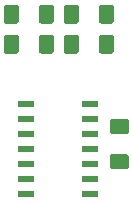
<source format=gbr>
G04 #@! TF.GenerationSoftware,KiCad,Pcbnew,5.1.5-52549c5~84~ubuntu18.04.1*
G04 #@! TF.CreationDate,2019-12-24T12:24:14-07:00*
G04 #@! TF.ProjectId,001,3030312e-6b69-4636-9164-5f7063625858,rev?*
G04 #@! TF.SameCoordinates,Original*
G04 #@! TF.FileFunction,Paste,Top*
G04 #@! TF.FilePolarity,Positive*
%FSLAX46Y46*%
G04 Gerber Fmt 4.6, Leading zero omitted, Abs format (unit mm)*
G04 Created by KiCad (PCBNEW 5.1.5-52549c5~84~ubuntu18.04.1) date 2019-12-24 12:24:14*
%MOMM*%
%LPD*%
G04 APERTURE LIST*
%ADD10C,0.100000*%
%ADD11R,1.372600X0.547600*%
G04 APERTURE END LIST*
D10*
G36*
X163208221Y-107300475D02*
G01*
X163229893Y-107303690D01*
X163251147Y-107309014D01*
X163271776Y-107316395D01*
X163291582Y-107325763D01*
X163310375Y-107337027D01*
X163327974Y-107350078D01*
X163344208Y-107364792D01*
X163358922Y-107381026D01*
X163371973Y-107398625D01*
X163383237Y-107417418D01*
X163392605Y-107437224D01*
X163399986Y-107457853D01*
X163405310Y-107479107D01*
X163408525Y-107500779D01*
X163409600Y-107522663D01*
X163409600Y-108348737D01*
X163408525Y-108370621D01*
X163405310Y-108392293D01*
X163399986Y-108413547D01*
X163392605Y-108434176D01*
X163383237Y-108453982D01*
X163371973Y-108472775D01*
X163358922Y-108490374D01*
X163344208Y-108506608D01*
X163327974Y-108521322D01*
X163310375Y-108534373D01*
X163291582Y-108545637D01*
X163271776Y-108555005D01*
X163251147Y-108562386D01*
X163229893Y-108567710D01*
X163208221Y-108570925D01*
X163186337Y-108572000D01*
X162035263Y-108572000D01*
X162013379Y-108570925D01*
X161991707Y-108567710D01*
X161970453Y-108562386D01*
X161949824Y-108555005D01*
X161930018Y-108545637D01*
X161911225Y-108534373D01*
X161893626Y-108521322D01*
X161877392Y-108506608D01*
X161862678Y-108490374D01*
X161849627Y-108472775D01*
X161838363Y-108453982D01*
X161828995Y-108434176D01*
X161821614Y-108413547D01*
X161816290Y-108392293D01*
X161813075Y-108370621D01*
X161812000Y-108348737D01*
X161812000Y-107522663D01*
X161813075Y-107500779D01*
X161816290Y-107479107D01*
X161821614Y-107457853D01*
X161828995Y-107437224D01*
X161838363Y-107417418D01*
X161849627Y-107398625D01*
X161862678Y-107381026D01*
X161877392Y-107364792D01*
X161893626Y-107350078D01*
X161911225Y-107337027D01*
X161930018Y-107325763D01*
X161949824Y-107316395D01*
X161970453Y-107309014D01*
X161991707Y-107303690D01*
X162013379Y-107300475D01*
X162035263Y-107299400D01*
X163186337Y-107299400D01*
X163208221Y-107300475D01*
G37*
G36*
X163208221Y-110275475D02*
G01*
X163229893Y-110278690D01*
X163251147Y-110284014D01*
X163271776Y-110291395D01*
X163291582Y-110300763D01*
X163310375Y-110312027D01*
X163327974Y-110325078D01*
X163344208Y-110339792D01*
X163358922Y-110356026D01*
X163371973Y-110373625D01*
X163383237Y-110392418D01*
X163392605Y-110412224D01*
X163399986Y-110432853D01*
X163405310Y-110454107D01*
X163408525Y-110475779D01*
X163409600Y-110497663D01*
X163409600Y-111323737D01*
X163408525Y-111345621D01*
X163405310Y-111367293D01*
X163399986Y-111388547D01*
X163392605Y-111409176D01*
X163383237Y-111428982D01*
X163371973Y-111447775D01*
X163358922Y-111465374D01*
X163344208Y-111481608D01*
X163327974Y-111496322D01*
X163310375Y-111509373D01*
X163291582Y-111520637D01*
X163271776Y-111530005D01*
X163251147Y-111537386D01*
X163229893Y-111542710D01*
X163208221Y-111545925D01*
X163186337Y-111547000D01*
X162035263Y-111547000D01*
X162013379Y-111545925D01*
X161991707Y-111542710D01*
X161970453Y-111537386D01*
X161949824Y-111530005D01*
X161930018Y-111520637D01*
X161911225Y-111509373D01*
X161893626Y-111496322D01*
X161877392Y-111481608D01*
X161862678Y-111465374D01*
X161849627Y-111447775D01*
X161838363Y-111428982D01*
X161828995Y-111409176D01*
X161821614Y-111388547D01*
X161816290Y-111367293D01*
X161813075Y-111345621D01*
X161812000Y-111323737D01*
X161812000Y-110497663D01*
X161813075Y-110475779D01*
X161816290Y-110454107D01*
X161821614Y-110432853D01*
X161828995Y-110412224D01*
X161838363Y-110392418D01*
X161849627Y-110373625D01*
X161862678Y-110356026D01*
X161877392Y-110339792D01*
X161893626Y-110325078D01*
X161911225Y-110312027D01*
X161930018Y-110300763D01*
X161949824Y-110291395D01*
X161970453Y-110284014D01*
X161991707Y-110278690D01*
X162013379Y-110275475D01*
X162035263Y-110274400D01*
X163186337Y-110274400D01*
X163208221Y-110275475D01*
G37*
G36*
X158967421Y-100167275D02*
G01*
X158989093Y-100170490D01*
X159010347Y-100175814D01*
X159030976Y-100183195D01*
X159050782Y-100192563D01*
X159069575Y-100203827D01*
X159087174Y-100216878D01*
X159103408Y-100231592D01*
X159118122Y-100247826D01*
X159131173Y-100265425D01*
X159142437Y-100284218D01*
X159151805Y-100304024D01*
X159159186Y-100324653D01*
X159164510Y-100345907D01*
X159167725Y-100367579D01*
X159168800Y-100389463D01*
X159168800Y-101540537D01*
X159167725Y-101562421D01*
X159164510Y-101584093D01*
X159159186Y-101605347D01*
X159151805Y-101625976D01*
X159142437Y-101645782D01*
X159131173Y-101664575D01*
X159118122Y-101682174D01*
X159103408Y-101698408D01*
X159087174Y-101713122D01*
X159069575Y-101726173D01*
X159050782Y-101737437D01*
X159030976Y-101746805D01*
X159010347Y-101754186D01*
X158989093Y-101759510D01*
X158967421Y-101762725D01*
X158945537Y-101763800D01*
X158119463Y-101763800D01*
X158097579Y-101762725D01*
X158075907Y-101759510D01*
X158054653Y-101754186D01*
X158034024Y-101746805D01*
X158014218Y-101737437D01*
X157995425Y-101726173D01*
X157977826Y-101713122D01*
X157961592Y-101698408D01*
X157946878Y-101682174D01*
X157933827Y-101664575D01*
X157922563Y-101645782D01*
X157913195Y-101625976D01*
X157905814Y-101605347D01*
X157900490Y-101584093D01*
X157897275Y-101562421D01*
X157896200Y-101540537D01*
X157896200Y-100389463D01*
X157897275Y-100367579D01*
X157900490Y-100345907D01*
X157905814Y-100324653D01*
X157913195Y-100304024D01*
X157922563Y-100284218D01*
X157933827Y-100265425D01*
X157946878Y-100247826D01*
X157961592Y-100231592D01*
X157977826Y-100216878D01*
X157995425Y-100203827D01*
X158014218Y-100192563D01*
X158034024Y-100183195D01*
X158054653Y-100175814D01*
X158075907Y-100170490D01*
X158097579Y-100167275D01*
X158119463Y-100166200D01*
X158945537Y-100166200D01*
X158967421Y-100167275D01*
G37*
G36*
X161942421Y-100167275D02*
G01*
X161964093Y-100170490D01*
X161985347Y-100175814D01*
X162005976Y-100183195D01*
X162025782Y-100192563D01*
X162044575Y-100203827D01*
X162062174Y-100216878D01*
X162078408Y-100231592D01*
X162093122Y-100247826D01*
X162106173Y-100265425D01*
X162117437Y-100284218D01*
X162126805Y-100304024D01*
X162134186Y-100324653D01*
X162139510Y-100345907D01*
X162142725Y-100367579D01*
X162143800Y-100389463D01*
X162143800Y-101540537D01*
X162142725Y-101562421D01*
X162139510Y-101584093D01*
X162134186Y-101605347D01*
X162126805Y-101625976D01*
X162117437Y-101645782D01*
X162106173Y-101664575D01*
X162093122Y-101682174D01*
X162078408Y-101698408D01*
X162062174Y-101713122D01*
X162044575Y-101726173D01*
X162025782Y-101737437D01*
X162005976Y-101746805D01*
X161985347Y-101754186D01*
X161964093Y-101759510D01*
X161942421Y-101762725D01*
X161920537Y-101763800D01*
X161094463Y-101763800D01*
X161072579Y-101762725D01*
X161050907Y-101759510D01*
X161029653Y-101754186D01*
X161009024Y-101746805D01*
X160989218Y-101737437D01*
X160970425Y-101726173D01*
X160952826Y-101713122D01*
X160936592Y-101698408D01*
X160921878Y-101682174D01*
X160908827Y-101664575D01*
X160897563Y-101645782D01*
X160888195Y-101625976D01*
X160880814Y-101605347D01*
X160875490Y-101584093D01*
X160872275Y-101562421D01*
X160871200Y-101540537D01*
X160871200Y-100389463D01*
X160872275Y-100367579D01*
X160875490Y-100345907D01*
X160880814Y-100324653D01*
X160888195Y-100304024D01*
X160897563Y-100284218D01*
X160908827Y-100265425D01*
X160921878Y-100247826D01*
X160936592Y-100231592D01*
X160952826Y-100216878D01*
X160970425Y-100203827D01*
X160989218Y-100192563D01*
X161009024Y-100183195D01*
X161029653Y-100175814D01*
X161050907Y-100170490D01*
X161072579Y-100167275D01*
X161094463Y-100166200D01*
X161920537Y-100166200D01*
X161942421Y-100167275D01*
G37*
G36*
X156862421Y-97627275D02*
G01*
X156884093Y-97630490D01*
X156905347Y-97635814D01*
X156925976Y-97643195D01*
X156945782Y-97652563D01*
X156964575Y-97663827D01*
X156982174Y-97676878D01*
X156998408Y-97691592D01*
X157013122Y-97707826D01*
X157026173Y-97725425D01*
X157037437Y-97744218D01*
X157046805Y-97764024D01*
X157054186Y-97784653D01*
X157059510Y-97805907D01*
X157062725Y-97827579D01*
X157063800Y-97849463D01*
X157063800Y-99000537D01*
X157062725Y-99022421D01*
X157059510Y-99044093D01*
X157054186Y-99065347D01*
X157046805Y-99085976D01*
X157037437Y-99105782D01*
X157026173Y-99124575D01*
X157013122Y-99142174D01*
X156998408Y-99158408D01*
X156982174Y-99173122D01*
X156964575Y-99186173D01*
X156945782Y-99197437D01*
X156925976Y-99206805D01*
X156905347Y-99214186D01*
X156884093Y-99219510D01*
X156862421Y-99222725D01*
X156840537Y-99223800D01*
X156014463Y-99223800D01*
X155992579Y-99222725D01*
X155970907Y-99219510D01*
X155949653Y-99214186D01*
X155929024Y-99206805D01*
X155909218Y-99197437D01*
X155890425Y-99186173D01*
X155872826Y-99173122D01*
X155856592Y-99158408D01*
X155841878Y-99142174D01*
X155828827Y-99124575D01*
X155817563Y-99105782D01*
X155808195Y-99085976D01*
X155800814Y-99065347D01*
X155795490Y-99044093D01*
X155792275Y-99022421D01*
X155791200Y-99000537D01*
X155791200Y-97849463D01*
X155792275Y-97827579D01*
X155795490Y-97805907D01*
X155800814Y-97784653D01*
X155808195Y-97764024D01*
X155817563Y-97744218D01*
X155828827Y-97725425D01*
X155841878Y-97707826D01*
X155856592Y-97691592D01*
X155872826Y-97676878D01*
X155890425Y-97663827D01*
X155909218Y-97652563D01*
X155929024Y-97643195D01*
X155949653Y-97635814D01*
X155970907Y-97630490D01*
X155992579Y-97627275D01*
X156014463Y-97626200D01*
X156840537Y-97626200D01*
X156862421Y-97627275D01*
G37*
G36*
X153887421Y-97627275D02*
G01*
X153909093Y-97630490D01*
X153930347Y-97635814D01*
X153950976Y-97643195D01*
X153970782Y-97652563D01*
X153989575Y-97663827D01*
X154007174Y-97676878D01*
X154023408Y-97691592D01*
X154038122Y-97707826D01*
X154051173Y-97725425D01*
X154062437Y-97744218D01*
X154071805Y-97764024D01*
X154079186Y-97784653D01*
X154084510Y-97805907D01*
X154087725Y-97827579D01*
X154088800Y-97849463D01*
X154088800Y-99000537D01*
X154087725Y-99022421D01*
X154084510Y-99044093D01*
X154079186Y-99065347D01*
X154071805Y-99085976D01*
X154062437Y-99105782D01*
X154051173Y-99124575D01*
X154038122Y-99142174D01*
X154023408Y-99158408D01*
X154007174Y-99173122D01*
X153989575Y-99186173D01*
X153970782Y-99197437D01*
X153950976Y-99206805D01*
X153930347Y-99214186D01*
X153909093Y-99219510D01*
X153887421Y-99222725D01*
X153865537Y-99223800D01*
X153039463Y-99223800D01*
X153017579Y-99222725D01*
X152995907Y-99219510D01*
X152974653Y-99214186D01*
X152954024Y-99206805D01*
X152934218Y-99197437D01*
X152915425Y-99186173D01*
X152897826Y-99173122D01*
X152881592Y-99158408D01*
X152866878Y-99142174D01*
X152853827Y-99124575D01*
X152842563Y-99105782D01*
X152833195Y-99085976D01*
X152825814Y-99065347D01*
X152820490Y-99044093D01*
X152817275Y-99022421D01*
X152816200Y-99000537D01*
X152816200Y-97849463D01*
X152817275Y-97827579D01*
X152820490Y-97805907D01*
X152825814Y-97784653D01*
X152833195Y-97764024D01*
X152842563Y-97744218D01*
X152853827Y-97725425D01*
X152866878Y-97707826D01*
X152881592Y-97691592D01*
X152897826Y-97676878D01*
X152915425Y-97663827D01*
X152934218Y-97652563D01*
X152954024Y-97643195D01*
X152974653Y-97635814D01*
X152995907Y-97630490D01*
X153017579Y-97627275D01*
X153039463Y-97626200D01*
X153865537Y-97626200D01*
X153887421Y-97627275D01*
G37*
G36*
X156862421Y-100167275D02*
G01*
X156884093Y-100170490D01*
X156905347Y-100175814D01*
X156925976Y-100183195D01*
X156945782Y-100192563D01*
X156964575Y-100203827D01*
X156982174Y-100216878D01*
X156998408Y-100231592D01*
X157013122Y-100247826D01*
X157026173Y-100265425D01*
X157037437Y-100284218D01*
X157046805Y-100304024D01*
X157054186Y-100324653D01*
X157059510Y-100345907D01*
X157062725Y-100367579D01*
X157063800Y-100389463D01*
X157063800Y-101540537D01*
X157062725Y-101562421D01*
X157059510Y-101584093D01*
X157054186Y-101605347D01*
X157046805Y-101625976D01*
X157037437Y-101645782D01*
X157026173Y-101664575D01*
X157013122Y-101682174D01*
X156998408Y-101698408D01*
X156982174Y-101713122D01*
X156964575Y-101726173D01*
X156945782Y-101737437D01*
X156925976Y-101746805D01*
X156905347Y-101754186D01*
X156884093Y-101759510D01*
X156862421Y-101762725D01*
X156840537Y-101763800D01*
X156014463Y-101763800D01*
X155992579Y-101762725D01*
X155970907Y-101759510D01*
X155949653Y-101754186D01*
X155929024Y-101746805D01*
X155909218Y-101737437D01*
X155890425Y-101726173D01*
X155872826Y-101713122D01*
X155856592Y-101698408D01*
X155841878Y-101682174D01*
X155828827Y-101664575D01*
X155817563Y-101645782D01*
X155808195Y-101625976D01*
X155800814Y-101605347D01*
X155795490Y-101584093D01*
X155792275Y-101562421D01*
X155791200Y-101540537D01*
X155791200Y-100389463D01*
X155792275Y-100367579D01*
X155795490Y-100345907D01*
X155800814Y-100324653D01*
X155808195Y-100304024D01*
X155817563Y-100284218D01*
X155828827Y-100265425D01*
X155841878Y-100247826D01*
X155856592Y-100231592D01*
X155872826Y-100216878D01*
X155890425Y-100203827D01*
X155909218Y-100192563D01*
X155929024Y-100183195D01*
X155949653Y-100175814D01*
X155970907Y-100170490D01*
X155992579Y-100167275D01*
X156014463Y-100166200D01*
X156840537Y-100166200D01*
X156862421Y-100167275D01*
G37*
G36*
X153887421Y-100167275D02*
G01*
X153909093Y-100170490D01*
X153930347Y-100175814D01*
X153950976Y-100183195D01*
X153970782Y-100192563D01*
X153989575Y-100203827D01*
X154007174Y-100216878D01*
X154023408Y-100231592D01*
X154038122Y-100247826D01*
X154051173Y-100265425D01*
X154062437Y-100284218D01*
X154071805Y-100304024D01*
X154079186Y-100324653D01*
X154084510Y-100345907D01*
X154087725Y-100367579D01*
X154088800Y-100389463D01*
X154088800Y-101540537D01*
X154087725Y-101562421D01*
X154084510Y-101584093D01*
X154079186Y-101605347D01*
X154071805Y-101625976D01*
X154062437Y-101645782D01*
X154051173Y-101664575D01*
X154038122Y-101682174D01*
X154023408Y-101698408D01*
X154007174Y-101713122D01*
X153989575Y-101726173D01*
X153970782Y-101737437D01*
X153950976Y-101746805D01*
X153930347Y-101754186D01*
X153909093Y-101759510D01*
X153887421Y-101762725D01*
X153865537Y-101763800D01*
X153039463Y-101763800D01*
X153017579Y-101762725D01*
X152995907Y-101759510D01*
X152974653Y-101754186D01*
X152954024Y-101746805D01*
X152934218Y-101737437D01*
X152915425Y-101726173D01*
X152897826Y-101713122D01*
X152881592Y-101698408D01*
X152866878Y-101682174D01*
X152853827Y-101664575D01*
X152842563Y-101645782D01*
X152833195Y-101625976D01*
X152825814Y-101605347D01*
X152820490Y-101584093D01*
X152817275Y-101562421D01*
X152816200Y-101540537D01*
X152816200Y-100389463D01*
X152817275Y-100367579D01*
X152820490Y-100345907D01*
X152825814Y-100324653D01*
X152833195Y-100304024D01*
X152842563Y-100284218D01*
X152853827Y-100265425D01*
X152866878Y-100247826D01*
X152881592Y-100231592D01*
X152897826Y-100216878D01*
X152915425Y-100203827D01*
X152934218Y-100192563D01*
X152954024Y-100183195D01*
X152974653Y-100175814D01*
X152995907Y-100170490D01*
X153017579Y-100167275D01*
X153039463Y-100166200D01*
X153865537Y-100166200D01*
X153887421Y-100167275D01*
G37*
G36*
X158967421Y-97627275D02*
G01*
X158989093Y-97630490D01*
X159010347Y-97635814D01*
X159030976Y-97643195D01*
X159050782Y-97652563D01*
X159069575Y-97663827D01*
X159087174Y-97676878D01*
X159103408Y-97691592D01*
X159118122Y-97707826D01*
X159131173Y-97725425D01*
X159142437Y-97744218D01*
X159151805Y-97764024D01*
X159159186Y-97784653D01*
X159164510Y-97805907D01*
X159167725Y-97827579D01*
X159168800Y-97849463D01*
X159168800Y-99000537D01*
X159167725Y-99022421D01*
X159164510Y-99044093D01*
X159159186Y-99065347D01*
X159151805Y-99085976D01*
X159142437Y-99105782D01*
X159131173Y-99124575D01*
X159118122Y-99142174D01*
X159103408Y-99158408D01*
X159087174Y-99173122D01*
X159069575Y-99186173D01*
X159050782Y-99197437D01*
X159030976Y-99206805D01*
X159010347Y-99214186D01*
X158989093Y-99219510D01*
X158967421Y-99222725D01*
X158945537Y-99223800D01*
X158119463Y-99223800D01*
X158097579Y-99222725D01*
X158075907Y-99219510D01*
X158054653Y-99214186D01*
X158034024Y-99206805D01*
X158014218Y-99197437D01*
X157995425Y-99186173D01*
X157977826Y-99173122D01*
X157961592Y-99158408D01*
X157946878Y-99142174D01*
X157933827Y-99124575D01*
X157922563Y-99105782D01*
X157913195Y-99085976D01*
X157905814Y-99065347D01*
X157900490Y-99044093D01*
X157897275Y-99022421D01*
X157896200Y-99000537D01*
X157896200Y-97849463D01*
X157897275Y-97827579D01*
X157900490Y-97805907D01*
X157905814Y-97784653D01*
X157913195Y-97764024D01*
X157922563Y-97744218D01*
X157933827Y-97725425D01*
X157946878Y-97707826D01*
X157961592Y-97691592D01*
X157977826Y-97676878D01*
X157995425Y-97663827D01*
X158014218Y-97652563D01*
X158034024Y-97643195D01*
X158054653Y-97635814D01*
X158075907Y-97630490D01*
X158097579Y-97627275D01*
X158119463Y-97626200D01*
X158945537Y-97626200D01*
X158967421Y-97627275D01*
G37*
G36*
X161942421Y-97627275D02*
G01*
X161964093Y-97630490D01*
X161985347Y-97635814D01*
X162005976Y-97643195D01*
X162025782Y-97652563D01*
X162044575Y-97663827D01*
X162062174Y-97676878D01*
X162078408Y-97691592D01*
X162093122Y-97707826D01*
X162106173Y-97725425D01*
X162117437Y-97744218D01*
X162126805Y-97764024D01*
X162134186Y-97784653D01*
X162139510Y-97805907D01*
X162142725Y-97827579D01*
X162143800Y-97849463D01*
X162143800Y-99000537D01*
X162142725Y-99022421D01*
X162139510Y-99044093D01*
X162134186Y-99065347D01*
X162126805Y-99085976D01*
X162117437Y-99105782D01*
X162106173Y-99124575D01*
X162093122Y-99142174D01*
X162078408Y-99158408D01*
X162062174Y-99173122D01*
X162044575Y-99186173D01*
X162025782Y-99197437D01*
X162005976Y-99206805D01*
X161985347Y-99214186D01*
X161964093Y-99219510D01*
X161942421Y-99222725D01*
X161920537Y-99223800D01*
X161094463Y-99223800D01*
X161072579Y-99222725D01*
X161050907Y-99219510D01*
X161029653Y-99214186D01*
X161009024Y-99206805D01*
X160989218Y-99197437D01*
X160970425Y-99186173D01*
X160952826Y-99173122D01*
X160936592Y-99158408D01*
X160921878Y-99142174D01*
X160908827Y-99124575D01*
X160897563Y-99105782D01*
X160888195Y-99085976D01*
X160880814Y-99065347D01*
X160875490Y-99044093D01*
X160872275Y-99022421D01*
X160871200Y-99000537D01*
X160871200Y-97849463D01*
X160872275Y-97827579D01*
X160875490Y-97805907D01*
X160880814Y-97784653D01*
X160888195Y-97764024D01*
X160897563Y-97744218D01*
X160908827Y-97725425D01*
X160921878Y-97707826D01*
X160936592Y-97691592D01*
X160952826Y-97676878D01*
X160970425Y-97663827D01*
X160989218Y-97652563D01*
X161009024Y-97643195D01*
X161029653Y-97635814D01*
X161050907Y-97630490D01*
X161072579Y-97627275D01*
X161094463Y-97626200D01*
X161920537Y-97626200D01*
X161942421Y-97627275D01*
G37*
D11*
X160090400Y-106019600D03*
X160090400Y-107289600D03*
X160090400Y-108559600D03*
X160090400Y-109829600D03*
X160090400Y-111099600D03*
X160090400Y-112369600D03*
X160090400Y-113639600D03*
X154666400Y-113639600D03*
X154666400Y-112369600D03*
X154666400Y-111099600D03*
X154666400Y-109829600D03*
X154666400Y-108559600D03*
X154666400Y-107289600D03*
X154666400Y-106019600D03*
M02*

</source>
